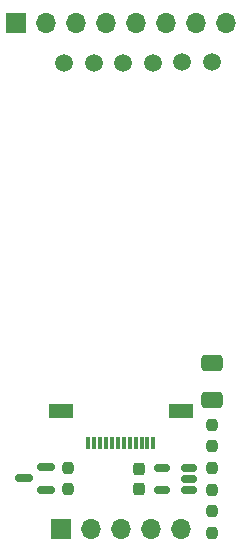
<source format=gbr>
%TF.GenerationSoftware,KiCad,Pcbnew,8.0.7-8.0.7-0~ubuntu22.04.1*%
%TF.CreationDate,2025-01-07T12:13:10+01:00*%
%TF.ProjectId,mcu_board,6d63755f-626f-4617-9264-2e6b69636164,rev?*%
%TF.SameCoordinates,Original*%
%TF.FileFunction,Soldermask,Bot*%
%TF.FilePolarity,Negative*%
%FSLAX46Y46*%
G04 Gerber Fmt 4.6, Leading zero omitted, Abs format (unit mm)*
G04 Created by KiCad (PCBNEW 8.0.7-8.0.7-0~ubuntu22.04.1) date 2025-01-07 12:13:10*
%MOMM*%
%LPD*%
G01*
G04 APERTURE LIST*
G04 Aperture macros list*
%AMRoundRect*
0 Rectangle with rounded corners*
0 $1 Rounding radius*
0 $2 $3 $4 $5 $6 $7 $8 $9 X,Y pos of 4 corners*
0 Add a 4 corners polygon primitive as box body*
4,1,4,$2,$3,$4,$5,$6,$7,$8,$9,$2,$3,0*
0 Add four circle primitives for the rounded corners*
1,1,$1+$1,$2,$3*
1,1,$1+$1,$4,$5*
1,1,$1+$1,$6,$7*
1,1,$1+$1,$8,$9*
0 Add four rect primitives between the rounded corners*
20,1,$1+$1,$2,$3,$4,$5,0*
20,1,$1+$1,$4,$5,$6,$7,0*
20,1,$1+$1,$6,$7,$8,$9,0*
20,1,$1+$1,$8,$9,$2,$3,0*%
G04 Aperture macros list end*
%ADD10R,1.700000X1.700000*%
%ADD11O,1.700000X1.700000*%
%ADD12RoundRect,0.237500X-0.237500X0.250000X-0.237500X-0.250000X0.237500X-0.250000X0.237500X0.250000X0*%
%ADD13C,1.500000*%
%ADD14RoundRect,0.237500X0.237500X-0.250000X0.237500X0.250000X-0.237500X0.250000X-0.237500X-0.250000X0*%
%ADD15RoundRect,0.237500X0.237500X-0.300000X0.237500X0.300000X-0.237500X0.300000X-0.237500X-0.300000X0*%
%ADD16RoundRect,0.150000X0.587500X0.150000X-0.587500X0.150000X-0.587500X-0.150000X0.587500X-0.150000X0*%
%ADD17R,0.300000X1.000000*%
%ADD18R,2.000000X1.300000*%
%ADD19RoundRect,0.150000X0.512500X0.150000X-0.512500X0.150000X-0.512500X-0.150000X0.512500X-0.150000X0*%
%ADD20RoundRect,0.250000X0.650000X-0.412500X0.650000X0.412500X-0.650000X0.412500X-0.650000X-0.412500X0*%
G04 APERTURE END LIST*
D10*
%TO.C,J7*%
X141100000Y-54200000D03*
D11*
X143640000Y-54200000D03*
X146180000Y-54200000D03*
X148720000Y-54200000D03*
X151260000Y-54200000D03*
X153800000Y-54200000D03*
X156340000Y-54200000D03*
X158880000Y-54200000D03*
%TD*%
D12*
%TO.C,R3*%
X157700000Y-95487500D03*
X157700000Y-97312500D03*
%TD*%
D13*
%TO.C,J3*%
X155200000Y-57500000D03*
%TD*%
%TO.C,J10*%
X145200000Y-57600000D03*
%TD*%
%TO.C,J6*%
X152700000Y-57600000D03*
%TD*%
%TO.C,J9*%
X147700000Y-57600000D03*
%TD*%
D14*
%TO.C,R1*%
X157700000Y-90000000D03*
X157700000Y-88175000D03*
%TD*%
D15*
%TO.C,C2*%
X151500000Y-93662500D03*
X151500000Y-91937500D03*
%TD*%
D16*
%TO.C,Q1*%
X143637500Y-91787500D03*
X143637500Y-93687500D03*
X141762500Y-92737500D03*
%TD*%
D17*
%TO.C,J5*%
X147250000Y-89750000D03*
X147750000Y-89750000D03*
X148250000Y-89750000D03*
X148750000Y-89750000D03*
X149250000Y-89750000D03*
X149750000Y-89750000D03*
X150250000Y-89750000D03*
X150750000Y-89750000D03*
X151250000Y-89750000D03*
X151750000Y-89750000D03*
X152250000Y-89750000D03*
X152750000Y-89750000D03*
D18*
X144950000Y-87050000D03*
X155050000Y-87050000D03*
%TD*%
D19*
%TO.C,U1*%
X155737500Y-91850000D03*
X155737500Y-92800000D03*
X155737500Y-93750000D03*
X153462500Y-93750000D03*
X153462500Y-91850000D03*
%TD*%
D13*
%TO.C,J8*%
X150200000Y-57600000D03*
%TD*%
%TO.C,J4*%
X157700000Y-57500000D03*
%TD*%
D14*
%TO.C,R2*%
X157700000Y-93712500D03*
X157700000Y-91887500D03*
%TD*%
D10*
%TO.C,J1*%
X144960000Y-97000000D03*
D11*
X147500000Y-97000000D03*
X150040000Y-97000000D03*
X152580000Y-97000000D03*
X155120000Y-97000000D03*
%TD*%
D14*
%TO.C,R12*%
X145500000Y-93662500D03*
X145500000Y-91837500D03*
%TD*%
D20*
%TO.C,C4*%
X157700000Y-86062500D03*
X157700000Y-82937500D03*
%TD*%
M02*

</source>
